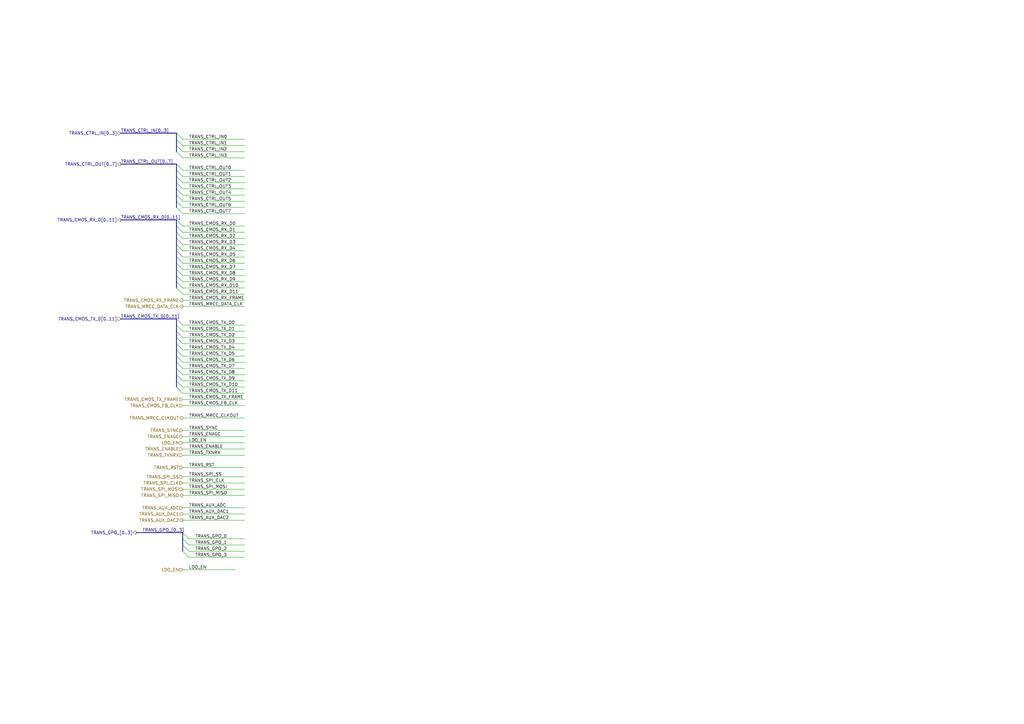
<source format=kicad_sch>
(kicad_sch
	(version 20231120)
	(generator "eeschema")
	(generator_version "8.0")
	(uuid "5593a769-9706-458e-8e45-5bd0772d89cb")
	(paper "A3")
	(lib_symbols)
	(bus_entry
		(at 72.39 54.61)
		(size 2.54 2.54)
		(stroke
			(width 0)
			(type default)
		)
		(uuid "035bdc84-2249-4a94-8451-5aeed9b42bb8")
	)
	(bus_entry
		(at 72.39 90.17)
		(size 2.54 2.54)
		(stroke
			(width 0)
			(type default)
		)
		(uuid "06aa4d63-54fd-4ea9-bc14-d46ce29463e8")
	)
	(bus_entry
		(at 72.39 105.41)
		(size 2.54 2.54)
		(stroke
			(width 0)
			(type default)
		)
		(uuid "0d84b572-5b9d-48ed-a34a-9cb62f5bd2a3")
	)
	(bus_entry
		(at 72.39 95.25)
		(size 2.54 2.54)
		(stroke
			(width 0)
			(type default)
		)
		(uuid "0e827e9d-19d0-4830-adee-e829669aa4c6")
	)
	(bus_entry
		(at 72.39 100.33)
		(size 2.54 2.54)
		(stroke
			(width 0)
			(type default)
		)
		(uuid "11407f72-296b-486c-8b76-b290a026e092")
	)
	(bus_entry
		(at 72.39 151.13)
		(size 2.54 2.54)
		(stroke
			(width 0)
			(type default)
		)
		(uuid "15042728-0ae4-4179-835c-8dc250275282")
	)
	(bus_entry
		(at 72.39 102.87)
		(size 2.54 2.54)
		(stroke
			(width 0)
			(type default)
		)
		(uuid "1e8a0701-c17d-4728-b9b2-72d709ece4bf")
	)
	(bus_entry
		(at 72.39 85.09)
		(size 2.54 2.54)
		(stroke
			(width 0)
			(type default)
		)
		(uuid "27d14751-8ad8-40f8-9089-3e1fa7b928f0")
	)
	(bus_entry
		(at 72.39 59.69)
		(size 2.54 2.54)
		(stroke
			(width 0)
			(type default)
		)
		(uuid "2fb1fa3f-67b4-4443-bb42-00e0b50000f4")
	)
	(bus_entry
		(at 72.39 118.11)
		(size 2.54 2.54)
		(stroke
			(width 0)
			(type default)
		)
		(uuid "31e895e5-7b36-4827-b794-b5b947f2801b")
	)
	(bus_entry
		(at 72.39 146.05)
		(size 2.54 2.54)
		(stroke
			(width 0)
			(type default)
		)
		(uuid "45d0be27-92b3-4bdb-8caf-0545fa02b1bd")
	)
	(bus_entry
		(at 72.39 69.85)
		(size 2.54 2.54)
		(stroke
			(width 0)
			(type default)
		)
		(uuid "4cb60a9e-dc2d-41fb-bbf5-8affa4ccdb46")
	)
	(bus_entry
		(at 72.39 158.75)
		(size 2.54 2.54)
		(stroke
			(width 0)
			(type default)
		)
		(uuid "4ebc68e2-7dcd-40ae-b738-07fafd7083eb")
	)
	(bus_entry
		(at 72.39 72.39)
		(size 2.54 2.54)
		(stroke
			(width 0)
			(type default)
		)
		(uuid "571fd41a-0f2a-4609-84bb-638b7c931737")
	)
	(bus_entry
		(at 72.39 135.89)
		(size 2.54 2.54)
		(stroke
			(width 0)
			(type default)
		)
		(uuid "578b99d6-2038-49e2-ba3f-2fe7246eede8")
	)
	(bus_entry
		(at 72.39 107.95)
		(size 2.54 2.54)
		(stroke
			(width 0)
			(type default)
		)
		(uuid "6752fba3-64ed-4e70-bb62-7526cac3282b")
	)
	(bus_entry
		(at 72.39 74.93)
		(size 2.54 2.54)
		(stroke
			(width 0)
			(type default)
		)
		(uuid "695f18e1-feb0-4476-8953-d739b81820a0")
	)
	(bus_entry
		(at 72.39 97.79)
		(size 2.54 2.54)
		(stroke
			(width 0)
			(type default)
		)
		(uuid "69b6a353-3df8-4a7b-a578-5468aa52947c")
	)
	(bus_entry
		(at 72.39 67.31)
		(size 2.54 2.54)
		(stroke
			(width 0)
			(type default)
		)
		(uuid "78074ad5-1cab-4d1f-9c03-7f6c195bd93c")
	)
	(bus_entry
		(at 72.39 82.55)
		(size 2.54 2.54)
		(stroke
			(width 0)
			(type default)
		)
		(uuid "7dab1c48-2db3-41ff-9544-ed253612fab8")
	)
	(bus_entry
		(at 72.39 62.23)
		(size 2.54 2.54)
		(stroke
			(width 0)
			(type default)
		)
		(uuid "8905f389-265b-40f7-9e5b-31ba212922eb")
	)
	(bus_entry
		(at 72.39 110.49)
		(size 2.54 2.54)
		(stroke
			(width 0)
			(type default)
		)
		(uuid "958d1a77-c57a-4740-a2b1-92069d0be992")
	)
	(bus_entry
		(at 72.39 57.15)
		(size 2.54 2.54)
		(stroke
			(width 0)
			(type default)
		)
		(uuid "9ec871c1-4e05-4164-b89f-2e9855186b95")
	)
	(bus_entry
		(at 72.39 153.67)
		(size 2.54 2.54)
		(stroke
			(width 0)
			(type default)
		)
		(uuid "b2fcc79a-db1f-4688-be2b-7c1638ddbd6a")
	)
	(bus_entry
		(at 72.39 156.21)
		(size 2.54 2.54)
		(stroke
			(width 0)
			(type default)
		)
		(uuid "b921797f-b1b0-4926-9198-54f72b17f13c")
	)
	(bus_entry
		(at 72.39 140.97)
		(size 2.54 2.54)
		(stroke
			(width 0)
			(type default)
		)
		(uuid "bae4f346-51ed-4f38-b503-905634a12292")
	)
	(bus_entry
		(at 72.39 92.71)
		(size 2.54 2.54)
		(stroke
			(width 0)
			(type default)
		)
		(uuid "c6ed29f5-fb74-49e9-88df-44db5f547df2")
	)
	(bus_entry
		(at 72.39 130.81)
		(size 2.54 2.54)
		(stroke
			(width 0)
			(type default)
		)
		(uuid "c9551d39-d69d-4476-83f1-053cbdf491dc")
	)
	(bus_entry
		(at 72.39 115.57)
		(size 2.54 2.54)
		(stroke
			(width 0)
			(type default)
		)
		(uuid "ce235a51-cd72-49ff-8b9b-9bd3774fb51f")
	)
	(bus_entry
		(at 72.39 138.43)
		(size 2.54 2.54)
		(stroke
			(width 0)
			(type default)
		)
		(uuid "d61d35e9-ae5d-4248-aadd-6607f8e44d93")
	)
	(bus_entry
		(at 72.39 148.59)
		(size 2.54 2.54)
		(stroke
			(width 0)
			(type default)
		)
		(uuid "d72465aa-aacc-4de2-a79a-3a3f1f51029f")
	)
	(bus_entry
		(at 72.39 143.51)
		(size 2.54 2.54)
		(stroke
			(width 0)
			(type default)
		)
		(uuid "d7617c08-6e28-4193-9507-a17f8ae9c097")
	)
	(bus_entry
		(at 72.39 113.03)
		(size 2.54 2.54)
		(stroke
			(width 0)
			(type default)
		)
		(uuid "d803dee4-2f70-4c55-be7c-684086c372ca")
	)
	(bus_entry
		(at 74.93 226.06)
		(size 2.54 2.54)
		(stroke
			(width 0)
			(type default)
		)
		(uuid "dcd4810b-d423-4740-a078-61b07847346c")
	)
	(bus_entry
		(at 74.93 218.44)
		(size 2.54 2.54)
		(stroke
			(width 0)
			(type default)
		)
		(uuid "dcd4810b-d423-4740-a078-61b07847346d")
	)
	(bus_entry
		(at 74.93 220.98)
		(size 2.54 2.54)
		(stroke
			(width 0)
			(type default)
		)
		(uuid "dcd4810b-d423-4740-a078-61b07847346e")
	)
	(bus_entry
		(at 74.93 223.52)
		(size 2.54 2.54)
		(stroke
			(width 0)
			(type default)
		)
		(uuid "dcd4810b-d423-4740-a078-61b07847346f")
	)
	(bus_entry
		(at 72.39 80.01)
		(size 2.54 2.54)
		(stroke
			(width 0)
			(type default)
		)
		(uuid "de1f8893-19b4-44f6-a2d6-60129abca588")
	)
	(bus_entry
		(at 72.39 133.35)
		(size 2.54 2.54)
		(stroke
			(width 0)
			(type default)
		)
		(uuid "e74ed292-90c2-433d-a1fa-f8bad9630c30")
	)
	(bus_entry
		(at 72.39 77.47)
		(size 2.54 2.54)
		(stroke
			(width 0)
			(type default)
		)
		(uuid "f0c0ad3a-f62e-41d4-92aa-8ad7562c7c87")
	)
	(wire
		(pts
			(xy 74.93 102.87) (xy 100.33 102.87)
		)
		(stroke
			(width 0)
			(type default)
		)
		(uuid "03568301-29af-4605-bb0a-58dcb11b02f3")
	)
	(bus
		(pts
			(xy 72.39 62.23) (xy 72.39 59.69)
		)
		(stroke
			(width 0)
			(type default)
		)
		(uuid "035a586d-4657-4874-b535-597c93ba28eb")
	)
	(wire
		(pts
			(xy 74.93 123.19) (xy 100.33 123.19)
		)
		(stroke
			(width 0)
			(type default)
		)
		(uuid "0481ae54-85dc-4c8f-ace8-8b00b4191c14")
	)
	(bus
		(pts
			(xy 49.53 130.81) (xy 72.39 130.81)
		)
		(stroke
			(width 0)
			(type default)
		)
		(uuid "0566d9ff-dead-44a7-8ef7-1450e7c2b00e")
	)
	(wire
		(pts
			(xy 74.93 179.07) (xy 100.33 179.07)
		)
		(stroke
			(width 0)
			(type default)
		)
		(uuid "06d7aa60-3a89-4fb7-a0b9-d40d96d1393c")
	)
	(bus
		(pts
			(xy 55.88 218.44) (xy 74.93 218.44)
		)
		(stroke
			(width 0)
			(type default)
		)
		(uuid "0755277a-7f56-4404-a26f-8c0a0f17767a")
	)
	(bus
		(pts
			(xy 72.39 146.05) (xy 72.39 143.51)
		)
		(stroke
			(width 0)
			(type default)
		)
		(uuid "08e03f3b-a61a-436f-81cb-b1d5be5b7185")
	)
	(bus
		(pts
			(xy 72.39 85.09) (xy 72.39 82.55)
		)
		(stroke
			(width 0)
			(type default)
		)
		(uuid "0db3a4ae-3ea3-4c7e-8e92-2deac5406ee4")
	)
	(bus
		(pts
			(xy 72.39 105.41) (xy 72.39 102.87)
		)
		(stroke
			(width 0)
			(type default)
		)
		(uuid "0f0b26f9-5fb2-4dc7-9ac9-5414a700bc1f")
	)
	(wire
		(pts
			(xy 74.93 135.89) (xy 100.33 135.89)
		)
		(stroke
			(width 0)
			(type default)
		)
		(uuid "12502858-4e06-468b-97ff-e8ebb76d6b83")
	)
	(wire
		(pts
			(xy 74.93 186.69) (xy 100.33 186.69)
		)
		(stroke
			(width 0)
			(type default)
		)
		(uuid "15723ae3-a6e2-4dde-8176-00b27e81d19c")
	)
	(bus
		(pts
			(xy 72.39 156.21) (xy 72.39 153.67)
		)
		(stroke
			(width 0)
			(type default)
		)
		(uuid "1687d06c-29cf-40e8-966f-1fdb6cc52ed3")
	)
	(bus
		(pts
			(xy 72.39 100.33) (xy 72.39 97.79)
		)
		(stroke
			(width 0)
			(type default)
		)
		(uuid "1bac41cd-1f61-46e1-8657-b5b2484c5645")
	)
	(wire
		(pts
			(xy 74.93 113.03) (xy 100.33 113.03)
		)
		(stroke
			(width 0)
			(type default)
		)
		(uuid "1dd7c82f-3603-4684-b0f4-3140da18ccb8")
	)
	(wire
		(pts
			(xy 74.93 87.63) (xy 100.33 87.63)
		)
		(stroke
			(width 0)
			(type default)
		)
		(uuid "2a3652ef-ce36-4ad0-96bd-d8ba92ea81fa")
	)
	(wire
		(pts
			(xy 74.93 210.82) (xy 100.33 210.82)
		)
		(stroke
			(width 0)
			(type default)
		)
		(uuid "2dbc615f-ef76-41d3-b117-b7fcb38a5777")
	)
	(wire
		(pts
			(xy 74.93 74.93) (xy 100.33 74.93)
		)
		(stroke
			(width 0)
			(type default)
		)
		(uuid "2ecf3c26-8a0b-43b5-8da9-de14632ba367")
	)
	(bus
		(pts
			(xy 72.39 110.49) (xy 72.39 107.95)
		)
		(stroke
			(width 0)
			(type default)
		)
		(uuid "2fc39736-24c5-462c-8a0a-ffbe45c20a79")
	)
	(wire
		(pts
			(xy 74.93 203.2) (xy 100.33 203.2)
		)
		(stroke
			(width 0)
			(type default)
		)
		(uuid "3a390292-3d01-456e-9e6c-09a038cceae7")
	)
	(bus
		(pts
			(xy 72.39 77.47) (xy 72.39 74.93)
		)
		(stroke
			(width 0)
			(type default)
		)
		(uuid "4543630c-1c76-4945-8061-0f093dca1b27")
	)
	(wire
		(pts
			(xy 74.93 82.55) (xy 100.33 82.55)
		)
		(stroke
			(width 0)
			(type default)
		)
		(uuid "45ea3bf8-7616-4d46-8e97-c5595737d5da")
	)
	(wire
		(pts
			(xy 74.93 95.25) (xy 100.33 95.25)
		)
		(stroke
			(width 0)
			(type default)
		)
		(uuid "479c40f2-7703-48f4-8386-001f52989ce5")
	)
	(wire
		(pts
			(xy 74.93 166.37) (xy 100.33 166.37)
		)
		(stroke
			(width 0)
			(type default)
		)
		(uuid "4cfff88e-f608-47c4-b991-93836701e9ba")
	)
	(bus
		(pts
			(xy 49.53 67.31) (xy 72.39 67.31)
		)
		(stroke
			(width 0)
			(type default)
		)
		(uuid "51152442-ab32-4b3f-888d-08979e9813e7")
	)
	(bus
		(pts
			(xy 72.39 80.01) (xy 72.39 77.47)
		)
		(stroke
			(width 0)
			(type default)
		)
		(uuid "518dedf8-1fa8-4d20-96f6-9f614a19ef78")
	)
	(wire
		(pts
			(xy 74.93 146.05) (xy 100.33 146.05)
		)
		(stroke
			(width 0)
			(type default)
		)
		(uuid "5215e55b-0b9f-4775-bad9-a5a13a7b1b56")
	)
	(wire
		(pts
			(xy 74.93 57.15) (xy 100.33 57.15)
		)
		(stroke
			(width 0)
			(type default)
		)
		(uuid "53e2a19d-db4a-41dd-b1a2-32d1b5b76750")
	)
	(wire
		(pts
			(xy 74.93 125.73) (xy 100.33 125.73)
		)
		(stroke
			(width 0)
			(type default)
		)
		(uuid "56934d3d-eb9a-407d-97fb-e7d6e0827bdf")
	)
	(bus
		(pts
			(xy 72.39 140.97) (xy 72.39 138.43)
		)
		(stroke
			(width 0)
			(type default)
		)
		(uuid "5a655cda-90c8-4534-9e2f-854b3caab534")
	)
	(bus
		(pts
			(xy 72.39 151.13) (xy 72.39 148.59)
		)
		(stroke
			(width 0)
			(type default)
		)
		(uuid "5d1daf32-2d2c-452f-bb44-1ff8de3a0682")
	)
	(bus
		(pts
			(xy 72.39 107.95) (xy 72.39 105.41)
		)
		(stroke
			(width 0)
			(type default)
		)
		(uuid "5ed1b6b6-5362-457b-9344-eb03fb28618c")
	)
	(wire
		(pts
			(xy 74.93 62.23) (xy 100.33 62.23)
		)
		(stroke
			(width 0)
			(type default)
		)
		(uuid "615edaec-cbf7-49f7-b663-16c945294fff")
	)
	(bus
		(pts
			(xy 72.39 95.25) (xy 72.39 92.71)
		)
		(stroke
			(width 0)
			(type default)
		)
		(uuid "630631f2-80a4-431a-8668-641e61361415")
	)
	(wire
		(pts
			(xy 74.93 171.45) (xy 100.33 171.45)
		)
		(stroke
			(width 0)
			(type default)
		)
		(uuid "63c398ab-7489-4069-befd-1f422868fdc4")
	)
	(wire
		(pts
			(xy 74.93 140.97) (xy 100.33 140.97)
		)
		(stroke
			(width 0)
			(type default)
		)
		(uuid "68a99320-95a1-446a-a935-f7e0ec32cfc3")
	)
	(bus
		(pts
			(xy 72.39 148.59) (xy 72.39 146.05)
		)
		(stroke
			(width 0)
			(type default)
		)
		(uuid "69818b61-38f1-4c0a-9c59-f8bf38abedb4")
	)
	(wire
		(pts
			(xy 74.93 153.67) (xy 100.33 153.67)
		)
		(stroke
			(width 0)
			(type default)
		)
		(uuid "69c6456e-c599-4b41-a38f-692094f26f60")
	)
	(wire
		(pts
			(xy 74.93 161.29) (xy 100.33 161.29)
		)
		(stroke
			(width 0)
			(type default)
		)
		(uuid "6aa6a254-6dca-4eff-802c-f8352985b98b")
	)
	(wire
		(pts
			(xy 74.93 213.36) (xy 100.33 213.36)
		)
		(stroke
			(width 0)
			(type default)
		)
		(uuid "6c470a83-bd02-448f-a4d5-238390203f8a")
	)
	(wire
		(pts
			(xy 74.93 184.15) (xy 100.33 184.15)
		)
		(stroke
			(width 0)
			(type default)
		)
		(uuid "7143a182-7a9c-425b-bad6-52a2349997b2")
	)
	(wire
		(pts
			(xy 74.93 69.85) (xy 100.33 69.85)
		)
		(stroke
			(width 0)
			(type default)
		)
		(uuid "74b4bc2b-6fd1-4944-93b1-54d0f94622c2")
	)
	(wire
		(pts
			(xy 74.93 198.12) (xy 100.33 198.12)
		)
		(stroke
			(width 0)
			(type default)
		)
		(uuid "769bf7c5-8d42-4de0-9e9f-51b86971a2d4")
	)
	(wire
		(pts
			(xy 74.93 110.49) (xy 100.33 110.49)
		)
		(stroke
			(width 0)
			(type default)
		)
		(uuid "782d0516-a833-459e-a87d-9ace26f3c757")
	)
	(wire
		(pts
			(xy 74.93 191.77) (xy 100.33 191.77)
		)
		(stroke
			(width 0)
			(type default)
		)
		(uuid "7a4df014-0850-49e3-a2f5-1e813aeb4a0d")
	)
	(wire
		(pts
			(xy 74.93 59.69) (xy 100.33 59.69)
		)
		(stroke
			(width 0)
			(type default)
		)
		(uuid "7bb456e2-7bbc-4e01-ac2e-b307b9041d17")
	)
	(wire
		(pts
			(xy 74.93 181.61) (xy 100.33 181.61)
		)
		(stroke
			(width 0)
			(type default)
		)
		(uuid "7bc39aa7-5548-429d-95c9-c70c465ec6cf")
	)
	(wire
		(pts
			(xy 77.47 220.98) (xy 100.33 220.98)
		)
		(stroke
			(width 0)
			(type default)
		)
		(uuid "7e36d73a-2d68-4b3f-8944-5e738ea383fc")
	)
	(wire
		(pts
			(xy 74.93 138.43) (xy 100.33 138.43)
		)
		(stroke
			(width 0)
			(type default)
		)
		(uuid "813e9b58-e0a0-4d7c-846c-24730cf15af6")
	)
	(bus
		(pts
			(xy 72.39 72.39) (xy 72.39 69.85)
		)
		(stroke
			(width 0)
			(type default)
		)
		(uuid "814d0842-0441-4379-b585-a39b2a5f7729")
	)
	(bus
		(pts
			(xy 72.39 92.71) (xy 72.39 90.17)
		)
		(stroke
			(width 0)
			(type default)
		)
		(uuid "8192d00b-2688-4217-9445-b8f20cd73889")
	)
	(bus
		(pts
			(xy 72.39 115.57) (xy 72.39 113.03)
		)
		(stroke
			(width 0)
			(type default)
		)
		(uuid "82c60e19-e6d0-4662-9ed6-35d4604cdad3")
	)
	(wire
		(pts
			(xy 74.93 148.59) (xy 100.33 148.59)
		)
		(stroke
			(width 0)
			(type default)
		)
		(uuid "85f27ba3-a186-4587-9d11-ec6ebf3eae31")
	)
	(wire
		(pts
			(xy 77.47 223.52) (xy 100.33 223.52)
		)
		(stroke
			(width 0)
			(type default)
		)
		(uuid "86414bc3-29e3-4556-a6fb-752510ff4d75")
	)
	(wire
		(pts
			(xy 74.93 143.51) (xy 100.33 143.51)
		)
		(stroke
			(width 0)
			(type default)
		)
		(uuid "87ba8cb9-dc95-4e5c-81f3-3c6d0f72e5ad")
	)
	(wire
		(pts
			(xy 74.93 176.53) (xy 100.33 176.53)
		)
		(stroke
			(width 0)
			(type default)
		)
		(uuid "88438731-5f72-4f6f-a72c-d60b55cff633")
	)
	(bus
		(pts
			(xy 72.39 69.85) (xy 72.39 67.31)
		)
		(stroke
			(width 0)
			(type default)
		)
		(uuid "893885bd-ce08-4a08-a285-c01011b15d68")
	)
	(wire
		(pts
			(xy 74.93 105.41) (xy 100.33 105.41)
		)
		(stroke
			(width 0)
			(type default)
		)
		(uuid "8c8dd355-b6a4-445a-926f-6fa348878f85")
	)
	(bus
		(pts
			(xy 74.93 220.98) (xy 74.93 223.52)
		)
		(stroke
			(width 0)
			(type default)
		)
		(uuid "8d9c8495-3fa5-4688-b68c-75362265935b")
	)
	(bus
		(pts
			(xy 72.39 82.55) (xy 72.39 80.01)
		)
		(stroke
			(width 0)
			(type default)
		)
		(uuid "8e8dd6e2-0760-450a-b3b5-baaab08ea631")
	)
	(wire
		(pts
			(xy 74.93 107.95) (xy 100.33 107.95)
		)
		(stroke
			(width 0)
			(type default)
		)
		(uuid "8fa70de2-c81f-494d-a8a5-74504234c843")
	)
	(wire
		(pts
			(xy 74.93 151.13) (xy 100.33 151.13)
		)
		(stroke
			(width 0)
			(type default)
		)
		(uuid "92a15460-ac3b-4a82-b375-6a0960418ef2")
	)
	(wire
		(pts
			(xy 74.93 120.65) (xy 100.33 120.65)
		)
		(stroke
			(width 0)
			(type default)
		)
		(uuid "92a7f17c-e636-41ae-8d3e-5637a0eab505")
	)
	(wire
		(pts
			(xy 74.93 200.66) (xy 100.33 200.66)
		)
		(stroke
			(width 0)
			(type default)
		)
		(uuid "966bb754-abc4-46fa-a176-252cbc008e63")
	)
	(bus
		(pts
			(xy 72.39 97.79) (xy 72.39 95.25)
		)
		(stroke
			(width 0)
			(type default)
		)
		(uuid "996fba41-cee2-4fc9-9baa-3b07cc03b389")
	)
	(wire
		(pts
			(xy 74.93 64.77) (xy 100.33 64.77)
		)
		(stroke
			(width 0)
			(type default)
		)
		(uuid "9b0cff53-291a-4702-b8dc-44bb01e61293")
	)
	(wire
		(pts
			(xy 74.93 72.39) (xy 100.33 72.39)
		)
		(stroke
			(width 0)
			(type default)
		)
		(uuid "9cd9abde-e9b7-4426-897c-0eba8ae2cfa8")
	)
	(wire
		(pts
			(xy 74.93 92.71) (xy 100.33 92.71)
		)
		(stroke
			(width 0)
			(type default)
		)
		(uuid "9ef1f7ef-b11a-458d-9f52-189c29d1fe89")
	)
	(bus
		(pts
			(xy 72.39 102.87) (xy 72.39 100.33)
		)
		(stroke
			(width 0)
			(type default)
		)
		(uuid "9f4e0dc6-c949-435b-b299-71bdf5db5a1d")
	)
	(wire
		(pts
			(xy 74.93 80.01) (xy 100.33 80.01)
		)
		(stroke
			(width 0)
			(type default)
		)
		(uuid "a0011ec6-4d36-453b-93f5-a22b73efef67")
	)
	(wire
		(pts
			(xy 74.93 158.75) (xy 100.33 158.75)
		)
		(stroke
			(width 0)
			(type default)
		)
		(uuid "a0695738-7af6-419e-8116-01442839aacb")
	)
	(bus
		(pts
			(xy 49.53 90.17) (xy 72.39 90.17)
		)
		(stroke
			(width 0)
			(type default)
		)
		(uuid "a2557724-90fa-40be-b27d-876976c66739")
	)
	(bus
		(pts
			(xy 74.93 218.44) (xy 74.93 220.98)
		)
		(stroke
			(width 0)
			(type default)
		)
		(uuid "a6789e73-bd25-4c65-83c7-79093398028e")
	)
	(wire
		(pts
			(xy 74.93 233.68) (xy 96.52 233.68)
		)
		(stroke
			(width 0)
			(type default)
		)
		(uuid "a7d17cef-1705-494c-a505-f5e99be841c9")
	)
	(wire
		(pts
			(xy 74.93 133.35) (xy 100.33 133.35)
		)
		(stroke
			(width 0)
			(type default)
		)
		(uuid "a8b6928f-6637-43e5-ade6-ae9793370a2c")
	)
	(bus
		(pts
			(xy 72.39 153.67) (xy 72.39 151.13)
		)
		(stroke
			(width 0)
			(type default)
		)
		(uuid "ab502924-2cbd-49d5-b615-0b2b97faa268")
	)
	(wire
		(pts
			(xy 74.93 97.79) (xy 100.33 97.79)
		)
		(stroke
			(width 0)
			(type default)
		)
		(uuid "abc7e07f-6662-445a-8a11-50d3c483c482")
	)
	(wire
		(pts
			(xy 74.93 77.47) (xy 100.33 77.47)
		)
		(stroke
			(width 0)
			(type default)
		)
		(uuid "af0b7ede-9db5-4358-b16c-eb69570a85f6")
	)
	(bus
		(pts
			(xy 49.53 54.61) (xy 72.39 54.61)
		)
		(stroke
			(width 0)
			(type default)
		)
		(uuid "af7cff00-e7cc-4759-9db8-72681c67917e")
	)
	(wire
		(pts
			(xy 74.93 115.57) (xy 100.33 115.57)
		)
		(stroke
			(width 0)
			(type default)
		)
		(uuid "b8c3d89b-1d8d-4522-b91c-1df34f6c9bf1")
	)
	(bus
		(pts
			(xy 72.39 138.43) (xy 72.39 135.89)
		)
		(stroke
			(width 0)
			(type default)
		)
		(uuid "bab77166-76ad-4edc-b88f-08cb11187cbf")
	)
	(wire
		(pts
			(xy 74.93 85.09) (xy 100.33 85.09)
		)
		(stroke
			(width 0)
			(type default)
		)
		(uuid "c0d111ea-a885-4705-8833-2cd6470de271")
	)
	(bus
		(pts
			(xy 72.39 135.89) (xy 72.39 133.35)
		)
		(stroke
			(width 0)
			(type default)
		)
		(uuid "c68794c9-5325-4c2b-aa34-7497baad75bc")
	)
	(wire
		(pts
			(xy 74.93 118.11) (xy 100.33 118.11)
		)
		(stroke
			(width 0)
			(type default)
		)
		(uuid "d02f0d49-8988-4f0f-9a8c-dac56657a158")
	)
	(wire
		(pts
			(xy 74.93 208.28) (xy 100.33 208.28)
		)
		(stroke
			(width 0)
			(type default)
		)
		(uuid "d8f43b35-d03c-4316-b61d-0d871653eb2b")
	)
	(bus
		(pts
			(xy 72.39 59.69) (xy 72.39 57.15)
		)
		(stroke
			(width 0)
			(type default)
		)
		(uuid "db3785ce-c74e-49f0-ba2b-a69bc81572c7")
	)
	(wire
		(pts
			(xy 77.47 228.6) (xy 100.33 228.6)
		)
		(stroke
			(width 0)
			(type default)
		)
		(uuid "db806535-a78d-4b17-9380-40809691dce1")
	)
	(wire
		(pts
			(xy 74.93 156.21) (xy 100.33 156.21)
		)
		(stroke
			(width 0)
			(type default)
		)
		(uuid "dc2ae10b-7309-4ed2-baee-9111e5e1cbc9")
	)
	(wire
		(pts
			(xy 74.93 195.58) (xy 100.33 195.58)
		)
		(stroke
			(width 0)
			(type default)
		)
		(uuid "dd9b2c95-5897-49a6-b995-d24f4611e55d")
	)
	(bus
		(pts
			(xy 72.39 133.35) (xy 72.39 130.81)
		)
		(stroke
			(width 0)
			(type default)
		)
		(uuid "e3d1a1b4-50ac-4667-8782-2ea56de36119")
	)
	(bus
		(pts
			(xy 72.39 113.03) (xy 72.39 110.49)
		)
		(stroke
			(width 0)
			(type default)
		)
		(uuid "e406dfa9-eece-4ca6-b1e2-9aa01b41e03a")
	)
	(bus
		(pts
			(xy 72.39 143.51) (xy 72.39 140.97)
		)
		(stroke
			(width 0)
			(type default)
		)
		(uuid "e493e9bf-9f36-49fa-9f31-b1f631742f11")
	)
	(bus
		(pts
			(xy 72.39 158.75) (xy 72.39 156.21)
		)
		(stroke
			(width 0)
			(type default)
		)
		(uuid "e7924a74-61c5-465c-9374-9305fd541a11")
	)
	(bus
		(pts
			(xy 72.39 57.15) (xy 72.39 54.61)
		)
		(stroke
			(width 0)
			(type default)
		)
		(uuid "e7ff1e5e-2786-451f-969b-334e92695433")
	)
	(wire
		(pts
			(xy 74.93 163.83) (xy 100.33 163.83)
		)
		(stroke
			(width 0)
			(type default)
		)
		(uuid "e8158edc-20a3-40c7-babc-1f71692cea6b")
	)
	(bus
		(pts
			(xy 72.39 118.11) (xy 72.39 115.57)
		)
		(stroke
			(width 0)
			(type default)
		)
		(uuid "f1e4fadc-4e61-4bd3-bebc-9baa67635a2d")
	)
	(bus
		(pts
			(xy 74.93 223.52) (xy 74.93 226.06)
		)
		(stroke
			(width 0)
			(type default)
		)
		(uuid "f659e577-b21c-4e76-b995-1f2aeed68f49")
	)
	(bus
		(pts
			(xy 72.39 74.93) (xy 72.39 72.39)
		)
		(stroke
			(width 0)
			(type default)
		)
		(uuid "f78f7e9f-0e0b-412d-a7ca-bf99bb245daf")
	)
	(wire
		(pts
			(xy 74.93 100.33) (xy 100.33 100.33)
		)
		(stroke
			(width 0)
			(type default)
		)
		(uuid "fda355e1-513a-485d-8380-e472d89ed09d")
	)
	(wire
		(pts
			(xy 77.47 226.06) (xy 100.33 226.06)
		)
		(stroke
			(width 0)
			(type default)
		)
		(uuid "ffc3a212-a7c0-4016-a7a2-3817ae84af9c")
	)
	(label "TRANS_CMOS_RX_D11"
		(at 77.47 120.65 0)
		(fields_autoplaced yes)
		(effects
			(font
				(size 1.27 1.27)
			)
			(justify left bottom)
		)
		(uuid "007f8120-3a7a-4eff-b5ad-02945f6ed8e9")
	)
	(label "TRANS_CMOS_RX_D2"
		(at 77.47 97.79 0)
		(fields_autoplaced yes)
		(effects
			(font
				(size 1.27 1.27)
			)
			(justify left bottom)
		)
		(uuid "0ba0bc3d-dfc9-419d-9f48-17b1b7a96653")
	)
	(label "TRANS_CMOS_RX_D5"
		(at 77.47 105.41 0)
		(fields_autoplaced yes)
		(effects
			(font
				(size 1.27 1.27)
			)
			(justify left bottom)
		)
		(uuid "0f3c1f1f-bc5c-40a5-8d11-b338ec9f5c1a")
	)
	(label "TRANS_CMOS_RX_D8"
		(at 77.47 113.03 0)
		(fields_autoplaced yes)
		(effects
			(font
				(size 1.27 1.27)
			)
			(justify left bottom)
		)
		(uuid "1343725e-9684-4f2f-a5e1-c30ef0b6ffdb")
	)
	(label "TRANS_AUX_ADC"
		(at 77.47 208.28 0)
		(fields_autoplaced yes)
		(effects
			(font
				(size 1.27 1.27)
			)
			(justify left bottom)
		)
		(uuid "145bd651-15e8-458b-a316-c8216ef2623e")
	)
	(label "TRANS_CMOS_FB_CLK"
		(at 77.47 166.37 0)
		(fields_autoplaced yes)
		(effects
			(font
				(size 1.27 1.27)
			)
			(justify left bottom)
		)
		(uuid "1545871b-4439-4ca7-937c-38293a364c16")
	)
	(label "TRANS_MRCC_CLKOUT"
		(at 77.47 171.45 0)
		(fields_autoplaced yes)
		(effects
			(font
				(size 1.27 1.27)
			)
			(justify left bottom)
		)
		(uuid "1c7d349c-d2da-4ef6-a8a5-45ed3856b2b6")
	)
	(label "TRANS_CMOS_TX_D2"
		(at 77.47 138.43 0)
		(fields_autoplaced yes)
		(effects
			(font
				(size 1.27 1.27)
			)
			(justify left bottom)
		)
		(uuid "28d567f0-48d1-4c95-a0cb-a8a12c39cbbe")
	)
	(label "TRANS_GPO_3"
		(at 80.01 228.6 0)
		(fields_autoplaced yes)
		(effects
			(font
				(size 1.27 1.27)
			)
			(justify left bottom)
		)
		(uuid "2c0cae3a-8d73-4805-ade9-7eefa2d6e463")
	)
	(label "TRANS_RST"
		(at 77.47 191.77 0)
		(fields_autoplaced yes)
		(effects
			(font
				(size 1.27 1.27)
			)
			(justify left bottom)
		)
		(uuid "314bc0dc-b220-41de-badd-123008b3de61")
	)
	(label "TRANS_CTRL_IN1"
		(at 77.47 59.69 0)
		(fields_autoplaced yes)
		(effects
			(font
				(size 1.27 1.27)
			)
			(justify left bottom)
		)
		(uuid "3201a525-c746-43d7-b726-7d0db4933062")
	)
	(label "TRANS_CMOS_TX_FRAME"
		(at 77.47 163.83 0)
		(fields_autoplaced yes)
		(effects
			(font
				(size 1.27 1.27)
			)
			(justify left bottom)
		)
		(uuid "34389f8b-783c-4518-963d-b92ae4b62c97")
	)
	(label "TRANS_CTRL_IN2"
		(at 77.47 62.23 0)
		(fields_autoplaced yes)
		(effects
			(font
				(size 1.27 1.27)
			)
			(justify left bottom)
		)
		(uuid "3573852b-1da4-4c92-9c09-5e2b6ebaa16f")
	)
	(label "TRANS_AUX_DAC1"
		(at 77.47 210.82 0)
		(fields_autoplaced yes)
		(effects
			(font
				(size 1.27 1.27)
			)
			(justify left bottom)
		)
		(uuid "369a4e37-b0cc-465a-a475-69655365c184")
	)
	(label "TRANS_CMOS_RX_D3"
		(at 77.47 100.33 0)
		(fields_autoplaced yes)
		(effects
			(font
				(size 1.27 1.27)
			)
			(justify left bottom)
		)
		(uuid "370ed447-d7cd-4823-87ec-12ecbaeb3901")
	)
	(label "TRANS_CTRL_OUT[0..7]"
		(at 49.53 67.31 0)
		(fields_autoplaced yes)
		(effects
			(font
				(size 1.27 1.27)
			)
			(justify left bottom)
		)
		(uuid "3b853872-c4b2-4105-bd4b-c660ed233e20")
	)
	(label "TRANS_CMOS_RX_D7"
		(at 77.47 110.49 0)
		(fields_autoplaced yes)
		(effects
			(font
				(size 1.27 1.27)
			)
			(justify left bottom)
		)
		(uuid "3c282268-338d-41b5-accc-b93c90294946")
	)
	(label "TRANS_SPI_MISO"
		(at 77.47 203.2 0)
		(fields_autoplaced yes)
		(effects
			(font
				(size 1.27 1.27)
			)
			(justify left bottom)
		)
		(uuid "4716cb43-bdcc-4d84-a629-d7d3e029184d")
	)
	(label "LDO_EN"
		(at 77.47 181.61 0)
		(fields_autoplaced yes)
		(effects
			(font
				(size 1.27 1.27)
			)
			(justify left bottom)
		)
		(uuid "48c35c0a-ee04-49bf-87da-51dd014eeced")
	)
	(label "TRANS_CMOS_RX_D4"
		(at 77.47 102.87 0)
		(fields_autoplaced yes)
		(effects
			(font
				(size 1.27 1.27)
			)
			(justify left bottom)
		)
		(uuid "4b76b72a-cd52-4c96-bcd7-b7eb37e45a71")
	)
	(label "TRANS_CTRL_OUT7"
		(at 77.47 87.63 0)
		(fields_autoplaced yes)
		(effects
			(font
				(size 1.27 1.27)
			)
			(justify left bottom)
		)
		(uuid "4e76a414-ea2b-4e7d-9b35-6312f8cef0de")
	)
	(label "TRANS_CMOS_TX_D9"
		(at 77.47 156.21 0)
		(fields_autoplaced yes)
		(effects
			(font
				(size 1.27 1.27)
			)
			(justify left bottom)
		)
		(uuid "4f5666f3-3d80-46bd-a01a-01015932d32b")
	)
	(label "TRANS_CMOS_TX_D6"
		(at 77.47 148.59 0)
		(fields_autoplaced yes)
		(effects
			(font
				(size 1.27 1.27)
			)
			(justify left bottom)
		)
		(uuid "5ebe4b78-5e04-419b-9eb4-1964a098f8c7")
	)
	(label "TRANS_CMOS_TX_D8"
		(at 77.47 153.67 0)
		(fields_autoplaced yes)
		(effects
			(font
				(size 1.27 1.27)
			)
			(justify left bottom)
		)
		(uuid "60876bba-c4b7-47ce-8de7-7eeffbb388c2")
	)
	(label "TRANS_CTRL_OUT3"
		(at 77.47 77.47 0)
		(fields_autoplaced yes)
		(effects
			(font
				(size 1.27 1.27)
			)
			(justify left bottom)
		)
		(uuid "60af4ec9-9bd3-4271-bbbf-c5025f9ffd46")
	)
	(label "TRANS_SYNC"
		(at 77.47 176.53 0)
		(fields_autoplaced yes)
		(effects
			(font
				(size 1.27 1.27)
			)
			(justify left bottom)
		)
		(uuid "636f1d33-6937-48b5-a3b2-7c6eee4be461")
	)
	(label "TRANS_CMOS_TX_D[0..11]"
		(at 49.53 130.81 0)
		(fields_autoplaced yes)
		(effects
			(font
				(size 1.27 1.27)
			)
			(justify left bottom)
		)
		(uuid "69d06453-87b1-47cc-a62c-a599f560277b")
	)
	(label "TRANS_GPO_1"
		(at 80.01 223.52 0)
		(fields_autoplaced yes)
		(effects
			(font
				(size 1.27 1.27)
			)
			(justify left bottom)
		)
		(uuid "6ace6e91-bb5d-40f4-9fe2-945b125b3ae8")
	)
	(label "TRANS_GPO_2"
		(at 80.01 226.06 0)
		(fields_autoplaced yes)
		(effects
			(font
				(size 1.27 1.27)
			)
			(justify left bottom)
		)
		(uuid "6d3daa05-8476-46d5-8c70-498a73a5ce5f")
	)
	(label "TRANS_CMOS_RX_D9"
		(at 77.47 115.57 0)
		(fields_autoplaced yes)
		(effects
			(font
				(size 1.27 1.27)
			)
			(justify left bottom)
		)
		(uuid "7990c5b9-a6ec-4060-a281-2ca195ffce52")
	)
	(label "TRANS_CTRL_OUT4"
		(at 77.47 80.01 0)
		(fields_autoplaced yes)
		(effects
			(font
				(size 1.27 1.27)
			)
			(justify left bottom)
		)
		(uuid "7b43f3b8-d080-48d7-9279-6bcfafd4da0d")
	)
	(label "TRANS_CTRL_OUT1"
		(at 77.47 72.39 0)
		(fields_autoplaced yes)
		(effects
			(font
				(size 1.27 1.27)
			)
			(justify left bottom)
		)
		(uuid "7d34f665-20b2-4093-86c5-9f06fcc99451")
	)
	(label "TRANS_CMOS_TX_D10"
		(at 77.47 158.75 0)
		(fields_autoplaced yes)
		(effects
			(font
				(size 1.27 1.27)
			)
			(justify left bottom)
		)
		(uuid "7f61491c-054f-41d4-967a-dc0283ef5118")
	)
	(label "TRANS_CTRL_OUT5"
		(at 77.47 82.55 0)
		(fields_autoplaced yes)
		(effects
			(font
				(size 1.27 1.27)
			)
			(justify left bottom)
		)
		(uuid "83070606-82b7-47df-922d-64ca9a6ebf6f")
	)
	(label "TRANS_GPO_[0..3]"
		(at 58.42 218.44 0)
		(fields_autoplaced yes)
		(effects
			(font
				(size 1.27 1.27)
			)
			(justify left bottom)
		)
		(uuid "838393e8-4c7c-4e51-b3f2-297e901b2c91")
	)
	(label "TRANS_CMOS_TX_D7"
		(at 77.47 151.13 0)
		(fields_autoplaced yes)
		(effects
			(font
				(size 1.27 1.27)
			)
			(justify left bottom)
		)
		(uuid "8a43c00c-b58b-4e0c-be1c-85a198cd9078")
	)
	(label "TRANS_SPI_CLK"
		(at 77.47 198.12 0)
		(fields_autoplaced yes)
		(effects
			(font
				(size 1.27 1.27)
			)
			(justify left bottom)
		)
		(uuid "8b135b0b-4dd0-4572-b04e-ada6675ad40a")
	)
	(label "TRANS_CMOS_TX_D4"
		(at 77.47 143.51 0)
		(fields_autoplaced yes)
		(effects
			(font
				(size 1.27 1.27)
			)
			(justify left bottom)
		)
		(uuid "8be65536-d759-4cf3-b037-dc944acc4618")
	)
	(label "TRANS_SPI_SS"
		(at 77.47 195.58 0)
		(fields_autoplaced yes)
		(effects
			(font
				(size 1.27 1.27)
			)
			(justify left bottom)
		)
		(uuid "8bef38c7-7569-434d-ba1d-46baeb304ba2")
	)
	(label "TRANS_CMOS_TX_D11"
		(at 77.47 161.29 0)
		(fields_autoplaced yes)
		(effects
			(font
				(size 1.27 1.27)
			)
			(justify left bottom)
		)
		(uuid "8d870591-ff10-4f11-90ca-d3b103aa0d1d")
	)
	(label "TRANS_CTRL_OUT6"
		(at 77.47 85.09 0)
		(fields_autoplaced yes)
		(effects
			(font
				(size 1.27 1.27)
			)
			(justify left bottom)
		)
		(uuid "93e058e0-43e0-4bf0-be09-e8187d75986d")
	)
	(label "TRANS_CTRL_IN3"
		(at 77.47 64.77 0)
		(fields_autoplaced yes)
		(effects
			(font
				(size 1.27 1.27)
			)
			(justify left bottom)
		)
		(uuid "977da54a-ce5b-4036-bf2b-f5258df507a9")
	)
	(label "TRANS_CMOS_RX_D6"
		(at 77.47 107.95 0)
		(fields_autoplaced yes)
		(effects
			(font
				(size 1.27 1.27)
			)
			(justify left bottom)
		)
		(uuid "9c26dd24-2058-4a62-94bf-d7392fdddd51")
	)
	(label "TRANS_CMOS_TX_D0"
		(at 77.47 133.35 0)
		(fields_autoplaced yes)
		(effects
			(font
				(size 1.27 1.27)
			)
			(justify left bottom)
		)
		(uuid "a2330042-3cca-4de3-a01c-eee8e0897098")
	)
	(label "TRANS_CTRL_IN[0..3]"
		(at 49.53 54.61 0)
		(fields_autoplaced yes)
		(effects
			(font
				(size 1.27 1.27)
			)
			(justify left bottom)
		)
		(uuid "ada81143-ea66-42a6-b1ba-11b9aa4a2a66")
	)
	(label "TRANS_CMOS_RX_D[0..11]"
		(at 49.53 90.17 0)
		(fields_autoplaced yes)
		(effects
			(font
				(size 1.27 1.27)
			)
			(justify left bottom)
		)
		(uuid "b2849f68-fe47-4de0-b285-7371cb755c79")
	)
	(label "TRANS_SPI_MOSI"
		(at 77.47 200.66 0)
		(fields_autoplaced yes)
		(effects
			(font
				(size 1.27 1.27)
			)
			(justify left bottom)
		)
		(uuid "b302607f-356f-48fe-a31d-77a6890267a4")
	)
	(label "TRANS_TXNRX"
		(at 77.47 186.69 0)
		(fields_autoplaced yes)
		(effects
			(font
				(size 1.27 1.27)
			)
			(justify left bottom)
		)
		(uuid "b554d09c-e37d-48d9-a2d6-1bb26fba0299")
	)
	(label "TRANS_AUX_DAC2"
		(at 77.4154 213.36 0)
		(fields_autoplaced yes)
		(effects
			(font
				(size 1.27 1.27)
			)
			(justify left bottom)
		)
		(uuid "b7542216-9856-4284-a507-29571c2ccf02")
	)
	(label "TRANS_CMOS_RX_D10"
		(at 77.47 118.11 0)
		(fields_autoplaced yes)
		(effects
			(font
				(size 1.27 1.27)
			)
			(justify left bottom)
		)
		(uuid "b9c4688f-e31b-4b1b-8df4-0f471a571129")
	)
	(label "TRANS_CMOS_RX_D1"
		(at 77.47 95.25 0)
		(fields_autoplaced yes)
		(effects
			(font
				(size 1.27 1.27)
			)
			(justify left bottom)
		)
		(uuid "ba14c7e7-9875-4f83-af3e-a9b70ebefa19")
	)
	(label "TRANS_CTRL_OUT2"
		(at 77.47 74.93 0)
		(fields_autoplaced yes)
		(effects
			(font
				(size 1.27 1.27)
			)
			(justify left bottom)
		)
		(uuid "ba248b1c-93a1-452e-a951-92d8b621f7ad")
	)
	(label "TRANS_MRCC_DATA_CLK"
		(at 77.47 125.73 0)
		(fields_autoplaced yes)
		(effects
			(font
				(size 1.27 1.27)
			)
			(justify left bottom)
		)
		(uuid "bc46e0d7-5a64-4f57-b94e-3cf197f104c0")
	)
	(label "TRANS_CTRL_OUT0"
		(at 77.47 69.85 0)
		(fields_autoplaced yes)
		(effects
			(font
				(size 1.27 1.27)
			)
			(justify left bottom)
		)
		(uuid "beb8cb33-6f5f-4722-bad4-99f071c5917b")
	)
	(label "TRANS_CMOS_RX_FRAME"
		(at 77.47 123.19 0)
		(fields_autoplaced yes)
		(effects
			(font
				(size 1.27 1.27)
			)
			(justify left bottom)
		)
		(uuid "c4e78e89-6076-46e8-a4d2-f993284e3d63")
	)
	(label "TRANS_ENAGC"
		(at 77.47 179.07 0)
		(fields_autoplaced yes)
		(effects
			(font
				(size 1.27 1.27)
			)
			(justify left bottom)
		)
		(uuid "cf6f2c16-658c-413a-a205-7b0072d954ea")
	)
	(label "TRANS_CMOS_RX_D0"
		(at 77.47 92.71 0)
		(fields_autoplaced yes)
		(effects
			(font
				(size 1.27 1.27)
			)
			(justify left bottom)
		)
		(uuid "d15d00fd-8c26-4f1d-96f7-abd5146ff866")
	)
	(label "TRANS_CMOS_TX_D5"
		(at 77.47 146.05 0)
		(fields_autoplaced yes)
		(effects
			(font
				(size 1.27 1.27)
			)
			(justify left bottom)
		)
		(uuid "d5106b60-b56c-4f88-b55e-53548875bdb0")
	)
	(label "TRANS_CTRL_IN0"
		(at 77.47 57.15 0)
		(fields_autoplaced yes)
		(effects
			(font
				(size 1.27 1.27)
			)
			(justify left bottom)
		)
		(uuid "d8ff2e89-0199-4be5-869e-87310c440162")
	)
	(label "LDO_EN"
		(at 77.47 233.68 0)
		(fields_autoplaced yes)
		(effects
			(font
				(size 1.27 1.27)
			)
			(justify left bottom)
		)
		(uuid "df74e032-56b0-4fbb-a080-1a86cfffbc91")
	)
	(label "TRANS_CMOS_TX_D1"
		(at 77.47 135.89 0)
		(fields_autoplaced yes)
		(effects
			(font
				(size 1.27 1.27)
			)
			(justify left bottom)
		)
		(uuid "e1c940a8-3f7f-4197-b438-7b71c4fff19f")
	)
	(label "TRANS_GPO_0"
		(at 80.01 220.98 0)
		(fields_autoplaced yes)
		(effects
			(font
				(size 1.27 1.27)
			)
			(justify left bottom)
		)
		(uuid "ee972bd2-db3b-42e3-8564-d28a1f83f808")
	)
	(label "TRANS_ENABLE"
		(at 77.47 184.15 0)
		(fields_autoplaced yes)
		(effects
			(font
				(size 1.27 1.27)
			)
			(justify left bottom)
		)
		(uuid "f4a761ee-9250-47cd-a9f5-0a22091937ac")
	)
	(label "TRANS_CMOS_TX_D3"
		(at 77.47 140.97 0)
		(fields_autoplaced yes)
		(effects
			(font
				(size 1.27 1.27)
			)
			(justify left bottom)
		)
		(uuid "f8d2a0bf-de06-482c-8da3-addf59d56fd8")
	)
	(hierarchical_label "TRANS_CMOS_RX_D[0..11]"
		(shape output)
		(at 49.53 90.17 180)
		(fields_autoplaced yes)
		(effects
			(font
				(size 1.27 1.27)
			)
			(justify right)
		)
		(uuid "05030c60-e686-4c1c-afd0-4a709a02a52c")
	)
	(hierarchical_label "TRANS_SPI_SS"
		(shape input)
		(at 74.93 195.58 180)
		(fields_autoplaced yes)
		(effects
			(font
				(size 1.27 1.27)
			)
			(justify right)
		)
		(uuid "0e51ec2e-7d59-4574-acb0-2b2271792371")
	)
	(hierarchical_label "TRANS_CMOS_TX_FRAME"
		(shape input)
		(at 74.93 163.83 180)
		(fields_autoplaced yes)
		(effects
			(font
				(size 1.27 1.27)
			)
			(justify right)
		)
		(uuid "101b107f-7296-443b-af7f-1be217cf82c6")
	)
	(hierarchical_label "TRANS_AUX_ADC"
		(shape input)
		(at 74.93 208.28 180)
		(fields_autoplaced yes)
		(effects
			(font
				(size 1.27 1.27)
			)
			(justify right)
		)
		(uuid "23e151fa-c2d1-4364-b915-1165afceb607")
	)
	(hierarchical_label "TRANS_SPI_MISO"
		(shape output)
		(at 74.93 203.2 180)
		(fields_autoplaced yes)
		(effects
			(font
				(size 1.27 1.27)
			)
			(justify right)
		)
		(uuid "307986d5-0806-47df-b096-f5a553b6c14d")
	)
	(hierarchical_label "TRANS_GPO_[0..3]"
		(shape output)
		(at 55.88 218.44 180)
		(fields_autoplaced yes)
		(effects
			(font
				(size 1.27 1.27)
			)
			(justify right)
		)
		(uuid "3ad87e0f-0a6d-49ae-93f6-fded68b39957")
	)
	(hierarchical_label "LDO_EN"
		(shape input)
		(at 74.93 181.61 180)
		(fields_autoplaced yes)
		(effects
			(font
				(size 1.27 1.27)
			)
			(justify right)
		)
		(uuid "3fc876fc-9d0b-42eb-af77-c8fefb1a4f09")
	)
	(hierarchical_label "TRANS_ENABLE"
		(shape input)
		(at 74.93 184.15 180)
		(fields_autoplaced yes)
		(effects
			(font
				(size 1.27 1.27)
			)
			(justify right)
		)
		(uuid "54f045b0-d43b-4dfa-a44c-8519b883a6c4")
	)
	(hierarchical_label "TRANS_AUX_DAC2"
		(shape output)
		(at 74.93 213.36 180)
		(fields_autoplaced yes)
		(effects
			(font
				(size 1.27 1.27)
			)
			(justify right)
		)
		(uuid "59afeae8-b22c-4c33-89cb-6882174489bf")
	)
	(hierarchical_label "TRANS_SYNC"
		(shape input)
		(at 74.93 176.53 180)
		(fields_autoplaced yes)
		(effects
			(font
				(size 1.27 1.27)
			)
			(justify right)
		)
		(uuid "5d06c09d-31da-4b59-8f78-aaaf74c3710b")
	)
	(hierarchical_label "TRANS_TXNRX"
		(shape input)
		(at 74.93 186.69 180)
		(fields_autoplaced yes)
		(effects
			(font
				(size 1.27 1.27)
			)
			(justify right)
		)
		(uuid "6052efa4-6099-44df-a3e7-2afbd7ef1425")
	)
	(hierarchical_label "TRANS_CMOS_TX_D[0..11]"
		(shape input)
		(at 49.53 130.81 180)
		(fields_autoplaced yes)
		(effects
			(font
				(size 1.27 1.27)
			)
			(justify right)
		)
		(uuid "6de9522b-e70c-49a1-988f-fd92348872d3")
	)
	(hierarchical_label "TRANS_SPI_CLK"
		(shape input)
		(at 74.93 198.12 180)
		(fields_autoplaced yes)
		(effects
			(font
				(size 1.27 1.27)
			)
			(justify right)
		)
		(uuid "72d1a29a-7888-4cef-991b-6e0289725c8e")
	)
	(hierarchical_label "TRANS_CMOS_FB_CLK"
		(shape input)
		(at 74.93 166.37 180)
		(fields_autoplaced yes)
		(effects
			(font
				(size 1.27 1.27)
			)
			(justify right)
		)
		(uuid "92769787-2863-41dd-8435-e792ea1bafc3")
	)
	(hierarchical_label "TRANS_RST"
		(shape input)
		(at 74.93 191.77 180)
		(fields_autoplaced yes)
		(effects
			(font
				(size 1.27 1.27)
			)
			(justify right)
		)
		(uuid "954482fc-579b-4058-8806-b20c05ff63c4")
	)
	(hierarchical_label "TRANS_CTRL_OUT[0..7]"
		(shape output)
		(at 49.53 67.31 180)
		(fields_autoplaced yes)
		(effects
			(font
				(size 1.27 1.27)
			)
			(justify right)
		)
		(uuid "98759dcb-8b9d-4c68-a921-b7d6cd03c8b7")
	)
	(hierarchical_label "TRANS_MRCC_CLKOUT"
		(shape output)
		(at 74.93 171.45 180)
		(fields_autoplaced yes)
		(effects
			(font
				(size 1.27 1.27)
			)
			(justify right)
		)
		(uuid "a9f06ef9-ceb0-41b2-ad18-e500dafd5ce4")
	)
	(hierarchical_label "TRANS_CMOS_RX_FRAME"
		(shape output)
		(at 74.93 123.19 180)
		(fields_autoplaced yes)
		(effects
			(font
				(size 1.27 1.27)
			)
			(justify right)
		)
		(uuid "acaeccfa-905e-46cb-9ae3-717d0ef4da13")
	)
	(hierarchical_label "TRANS_AUX_DAC1"
		(shape output)
		(at 74.93 210.82 180)
		(fields_autoplaced yes)
		(effects
			(font
				(size 1.27 1.27)
			)
			(justify right)
		)
		(uuid "be8a1d10-6f5e-4eee-b8e8-5c0154bc930f")
	)
	(hierarchical_label "TRANS_SPI_MOSI"
		(shape input)
		(at 74.93 200.66 180)
		(fields_autoplaced yes)
		(effects
			(font
				(size 1.27 1.27)
			)
			(justify right)
		)
		(uuid "cba21071-3327-47ad-89cd-98c06ea3e33a")
	)
	(hierarchical_label "LDO_EN"
		(shape input)
		(at 74.93 233.68 180)
		(fields_autoplaced yes)
		(effects
			(font
				(size 1.27 1.27)
			)
			(justify right)
		)
		(uuid "cec7fc93-4fa3-442c-b54d-a6645e83f03c")
	)
	(hierarchical_label "TRANS_MRCC_DATA_CLK"
		(shape output)
		(at 74.93 125.73 180)
		(fields_autoplaced yes)
		(effects
			(font
				(size 1.27 1.27)
			)
			(justify right)
		)
		(uuid "d9a5d965-7386-4ac3-94c2-04cf24dd55ff")
	)
	(hierarchical_label "TRANS_CTRL_IN[0..3]"
		(shape input)
		(at 49.53 54.61 180)
		(fields_autoplaced yes)
		(effects
			(font
				(size 1.27 1.27)
			)
			(justify right)
		)
		(uuid "e89426f4-9450-4c71-925d-b4b9d9c41338")
	)
	(hierarchical_label "TRANS_ENAGC"
		(shape input)
		(at 74.93 179.07 180)
		(fields_autoplaced yes)
		(effects
			(font
				(size 1.27 1.27)
			)
			(justify right)
		)
		(uuid "fa2bbf3a-5a97-4b19-b651-afe424e16a42")
	)
)
</source>
